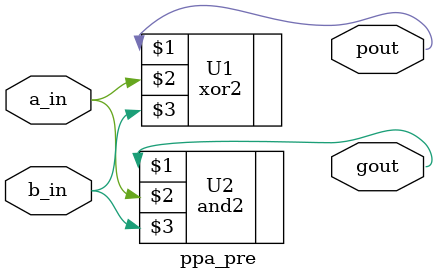
<source format=v>
module adder(cout, sum, a, b, cin);

	input [15:0] a, b;
	input cin;
	output [15:0] sum;
	output cout;

	wire p14, g13, g6, p13, p8, g9, p6, p2, g4, p9, p10, p7, g7, g2, p12, p5, p0, p1, g0, p3, g5, g1, g_lsb, g3, p_lsb, p4, p11, g8, g14, g12, g11, g10;
	wire n48, n49, n50, n51, n52, n54, n55, n57, n58, n59, n60, n61, n62, n65, n66, n69, n70, n71, n72, n73, n74, n77, n78, n81, n82, n83, n84, n85, n86, n89, n90, n93, n94, n95, n96, n97, n98, n99, n100, n102, n103, n105, n106, n108, n109, n111, n112, n113, n114, n115, n116, n117, n118, n119, n120, n123, n124, n127, n128, n131, n132, n135, n136, n137, n138, n139, n140, n141, n142, n143, n144, n145, n146, n147, n148, n150, n151, n153, n154, n156, n157, n159, n160, n162, n163, n165, n166, n168, n169, n171, n173, n175, n177, n179, n181, n183, n185, n187, n188, n189, n190, n191, n192, n193, n194;

// start of pre-processing logic

	ppa_first_pre ppa_first_pre_0_0 ( .cin( {cin} ), .pout( {p_lsb} ), .gout( {g_lsb} ) );
	ppa_pre ppa_pre_1_0 ( .a_in( {a[0]} ), .b_in( {b[0]} ), .pout( {p0} ), .gout( {g0} ) );
	ppa_pre ppa_pre_2_0 ( .a_in( {a[1]} ), .b_in( {b[1]} ), .pout( {p1} ), .gout( {g1} ) );
	ppa_pre ppa_pre_3_0 ( .a_in( {a[2]} ), .b_in( {b[2]} ), .pout( {p2} ), .gout( {g2} ) );
	ppa_pre ppa_pre_4_0 ( .a_in( {a[3]} ), .b_in( {b[3]} ), .pout( {p3} ), .gout( {g3} ) );
	ppa_pre ppa_pre_5_0 ( .a_in( {a[4]} ), .b_in( {b[4]} ), .pout( {p4} ), .gout( {g4} ) );
	ppa_pre ppa_pre_6_0 ( .a_in( {a[5]} ), .b_in( {b[5]} ), .pout( {p5} ), .gout( {g5} ) );
	ppa_pre ppa_pre_7_0 ( .a_in( {a[6]} ), .b_in( {b[6]} ), .pout( {p6} ), .gout( {g6} ) );
	ppa_pre ppa_pre_8_0 ( .a_in( {a[7]} ), .b_in( {b[7]} ), .pout( {p7} ), .gout( {g7} ) );
	ppa_pre ppa_pre_9_0 ( .a_in( {a[8]} ), .b_in( {b[8]} ), .pout( {p8} ), .gout( {g8} ) );
	ppa_pre ppa_pre_10_0 ( .a_in( {a[9]} ), .b_in( {b[9]} ), .pout( {p9} ), .gout( {g9} ) );
	ppa_pre ppa_pre_11_0 ( .a_in( {a[10]} ), .b_in( {b[10]} ), .pout( {p10} ), .gout( {g10} ) );
	ppa_pre ppa_pre_12_0 ( .a_in( {a[11]} ), .b_in( {b[11]} ), .pout( {p11} ), .gout( {g11} ) );
	ppa_pre ppa_pre_13_0 ( .a_in( {a[12]} ), .b_in( {b[12]} ), .pout( {p12} ), .gout( {g12} ) );
	ppa_pre ppa_pre_14_0 ( .a_in( {a[13]} ), .b_in( {b[13]} ), .pout( {p13} ), .gout( {g13} ) );
	ppa_pre ppa_pre_15_0 ( .a_in( {a[14]} ), .b_in( {b[14]} ), .pout( {p14} ), .gout( {g14} ) );

// start of post-processing logic

	ppa_post ppa_post_0_5 ( .gin( {n171} ), .pin( {p0} ), .sum( {sum[0]} ) );
	ppa_post ppa_post_1_5 ( .gin( {n173} ), .pin( {p1} ), .sum( {sum[1]} ) );
	ppa_post ppa_post_2_5 ( .gin( {n175} ), .pin( {p2} ), .sum( {sum[2]} ) );
	ppa_post ppa_post_3_5 ( .gin( {n177} ), .pin( {p3} ), .sum( {sum[3]} ) );
	ppa_post ppa_post_4_5 ( .gin( {n179} ), .pin( {p4} ), .sum( {sum[4]} ) );
	ppa_post ppa_post_5_5 ( .gin( {n181} ), .pin( {p5} ), .sum( {sum[5]} ) );
	ppa_post ppa_post_6_5 ( .gin( {n183} ), .pin( {p6} ), .sum( {sum[6]} ) );
	ppa_post ppa_post_7_5 ( .gin( {n185} ), .pin( {p7} ), .sum( {sum[7]} ) );
	ppa_post ppa_post_8_5 ( .gin( {n187} ), .pin( {p8} ), .sum( {sum[8]} ) );
	ppa_post ppa_post_9_5 ( .gin( {n188} ), .pin( {p9} ), .sum( {sum[9]} ) );
	ppa_post ppa_post_10_5 ( .gin( {n189} ), .pin( {p10} ), .sum( {sum[10]} ) );
	ppa_post ppa_post_11_5 ( .gin( {n190} ), .pin( {p11} ), .sum( {sum[11]} ) );
	ppa_post ppa_post_12_5 ( .gin( {n191} ), .pin( {p12} ), .sum( {sum[12]} ) );
	ppa_post ppa_post_13_5 ( .gin( {n192} ), .pin( {p13} ), .sum( {sum[13]} ) );
	ppa_post ppa_post_14_5 ( .gin( {n193} ), .pin( {p14} ), .sum( {sum[14]} ) );
	ppa_post ppa_post_15_5 ( .gin( {n194} ), .pin( {p15} ), .sum( {sum[15]} ) );

// start of custom pre/post logic

	ppa_pre ppa_pre_cout ( .a_in( a[15] ), .b_in( b[15] ), .pout ( p15 ), .gout ( g15 ) );
	ppa_grey ppa_grey_cout ( .gin ( {g15,n194} ), .pin ( p15 ), .gout ( cout ) );

// start of tree row 1

	assign n49 = p_lsb;
	assign n48 = g_lsb;
	ao21 U1(n50,g_lsb,p0,g0);
	assign n52 = p1;
	assign n51 = g1;
	and2 U1(n55,p2,p1);
	ao21 U2(n54,g1,p2,g2);
	assign n58 = p3;
	assign n57 = g3;
	and2 U1(n60,p4,p3);
	ao21 U2(n59,g3,p4,g4);
	assign n62 = p5;
	assign n61 = g5;
	and2 U1(n66,p6,p5);
	ao21 U2(n65,g5,p6,g6);
	assign n70 = p7;
	assign n69 = g7;
	and2 U1(n72,p8,p7);
	ao21 U2(n71,g7,p8,g8);
	assign n74 = p9;
	assign n73 = g9;
	and2 U1(n78,p10,p9);
	ao21 U2(n77,g9,p10,g10);
	assign n82 = p11;
	assign n81 = g11;
	and2 U1(n84,p12,p11);
	ao21 U2(n83,g11,p12,g12);
	assign n86 = p13;
	assign n85 = g13;
	and2 U1(n90,p14,p13);
	ao21 U2(n89,g13,p14,g14);

// start of tree row 2

	assign n94 = n49;
	assign n93 = n48;
	assign n96 = n0;
	assign n95 = n50;
	ao21 U1(n97,n50,n52,n51);
	ao21 U1(n98,n50,n55,n54);
	assign n100 = n58;
	assign n99 = n57;
	assign n103 = n60;
	assign n102 = n59;
	and2 U1(n106,n62,n60);
	ao21 U2(n105,n59,n62,n61);
	and2 U1(n109,n66,n60);
	ao21 U2(n108,n59,n66,n65);
	assign n112 = n70;
	assign n111 = n69;
	assign n114 = n72;
	assign n113 = n71;
	and2 U1(n116,n74,n72);
	ao21 U2(n115,n71,n74,n73);
	and2 U1(n118,n78,n72);
	ao21 U2(n117,n71,n78,n77);
	assign n120 = n82;
	assign n119 = n81;
	assign n124 = n84;
	assign n123 = n83;
	and2 U1(n128,n86,n84);
	ao21 U2(n127,n83,n86,n85);
	and2 U1(n132,n90,n84);
	ao21 U2(n131,n83,n90,n89);

// start of tree row 3

	assign n136 = n94;
	assign n135 = n93;
	assign n138 = n96;
	assign n137 = n95;
	assign n140 = n0;
	assign n139 = n97;
	assign n142 = n0;
	assign n141 = n98;
	ao21 U1(n143,n98,n100,n99);
	ao21 U1(n144,n98,n103,n102);
	ao21 U1(n145,n98,n106,n105);
	ao21 U1(n146,n98,n109,n108);
	assign n148 = n112;
	assign n147 = n111;
	assign n151 = n114;
	assign n150 = n113;
	assign n154 = n116;
	assign n153 = n115;
	assign n157 = n118;
	assign n156 = n117;
	and2 U1(n160,n120,n118);
	ao21 U2(n159,n117,n120,n119);
	and2 U1(n163,n124,n118);
	ao21 U2(n162,n117,n124,n123);
	and2 U1(n166,n128,n118);
	ao21 U2(n165,n117,n128,n127);
	and2 U1(n169,n132,n118);
	ao21 U2(n168,n117,n132,n131);

// start of tree row 4

	assign n172 = n136;
	assign n171 = n135;
	assign n174 = n138;
	assign n173 = n137;
	assign n176 = n140;
	assign n175 = n139;
	assign n178 = n142;
	assign n177 = n141;
	assign n180 = n0;
	assign n179 = n143;
	assign n182 = n0;
	assign n181 = n144;
	assign n184 = n0;
	assign n183 = n145;
	assign n186 = n0;
	assign n185 = n146;
	ao21 U1(n187,n146,n148,n147);
	ao21 U1(n188,n146,n151,n150);
	ao21 U1(n189,n146,n154,n153);
	ao21 U1(n190,n146,n157,n156);
	ao21 U1(n191,n146,n160,n159);
	ao21 U1(n192,n146,n163,n162);
	ao21 U1(n193,n146,n166,n165);
	ao21 U1(n194,n146,n169,n168);

endmodule

module ppa_first_pre(cin, pout, gout);

	input cin;
	output pout, gout;

	assign pout=1'b0;
	assign gout=cin;

endmodule

module ppa_grey(gin, pin, gout);

	input[1:0] gin;
	input pin;
	output gout;

	ao21 U1(gout,gin[0],pin,gin[1]);

endmodule

module ppa_post(pin, gin, sum);

	input pin, gin;
	output sum;

	xor2 U1(sum,pin,gin);

endmodule

module ppa_pre(a_in, b_in, pout, gout);

	input a_in, b_in;
	output pout, gout;

	xor2 U1(pout,a_in,b_in);
	and2 U2(gout,a_in,b_in);

endmodule

</source>
